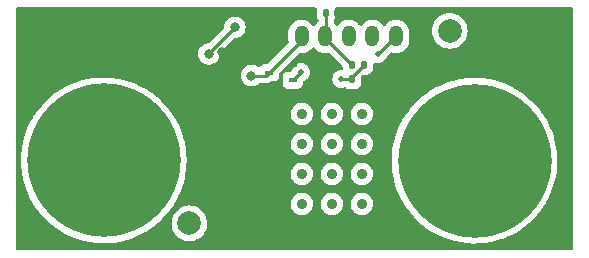
<source format=gbr>
%TF.GenerationSoftware,KiCad,Pcbnew,(6.0.8)*%
%TF.CreationDate,2023-11-18T01:52:54+01:00*%
%TF.ProjectId,BTS50005-1LUA_TestBoard,42545335-3030-4303-952d-314c55415f54,rev?*%
%TF.SameCoordinates,Original*%
%TF.FileFunction,Copper,L2,Bot*%
%TF.FilePolarity,Positive*%
%FSLAX46Y46*%
G04 Gerber Fmt 4.6, Leading zero omitted, Abs format (unit mm)*
G04 Created by KiCad (PCBNEW (6.0.8)) date 2023-11-18 01:52:54*
%MOMM*%
%LPD*%
G01*
G04 APERTURE LIST*
G04 Aperture macros list*
%AMRoundRect*
0 Rectangle with rounded corners*
0 $1 Rounding radius*
0 $2 $3 $4 $5 $6 $7 $8 $9 X,Y pos of 4 corners*
0 Add a 4 corners polygon primitive as box body*
4,1,4,$2,$3,$4,$5,$6,$7,$8,$9,$2,$3,0*
0 Add four circle primitives for the rounded corners*
1,1,$1+$1,$2,$3*
1,1,$1+$1,$4,$5*
1,1,$1+$1,$6,$7*
1,1,$1+$1,$8,$9*
0 Add four rect primitives between the rounded corners*
20,1,$1+$1,$2,$3,$4,$5,0*
20,1,$1+$1,$4,$5,$6,$7,0*
20,1,$1+$1,$6,$7,$8,$9,0*
20,1,$1+$1,$8,$9,$2,$3,0*%
G04 Aperture macros list end*
%TA.AperFunction,SMDPad,CuDef*%
%ADD10RoundRect,0.135000X-0.135000X-0.185000X0.135000X-0.185000X0.135000X0.185000X-0.135000X0.185000X0*%
%TD*%
%TA.AperFunction,SMDPad,CuDef*%
%ADD11RoundRect,0.135000X0.135000X0.185000X-0.135000X0.185000X-0.135000X-0.185000X0.135000X-0.185000X0*%
%TD*%
%TA.AperFunction,SMDPad,CuDef*%
%ADD12RoundRect,0.140000X-0.140000X-0.170000X0.140000X-0.170000X0.140000X0.170000X-0.140000X0.170000X0*%
%TD*%
%TA.AperFunction,ComponentPad*%
%ADD13RoundRect,0.250000X-0.350000X-0.650000X0.350000X-0.650000X0.350000X0.650000X-0.350000X0.650000X0*%
%TD*%
%TA.AperFunction,ComponentPad*%
%ADD14O,1.200000X1.800000*%
%TD*%
%TA.AperFunction,ComponentPad*%
%ADD15C,2.000000*%
%TD*%
%TA.AperFunction,ComponentPad*%
%ADD16C,0.900000*%
%TD*%
%TA.AperFunction,ComponentPad*%
%ADD17C,13.000000*%
%TD*%
%TA.AperFunction,SMDPad,CuDef*%
%ADD18R,0.700000X0.450000*%
%TD*%
%TA.AperFunction,ViaPad*%
%ADD19C,0.500000*%
%TD*%
%TA.AperFunction,ViaPad*%
%ADD20C,0.800000*%
%TD*%
%TA.AperFunction,ViaPad*%
%ADD21C,0.900000*%
%TD*%
%TA.AperFunction,Conductor*%
%ADD22C,0.250000*%
%TD*%
G04 APERTURE END LIST*
D10*
%TO.P,R5,2*%
%TO.N,GND*%
X126544800Y-35814000D03*
%TO.P,R5,1*%
%TO.N,Net-(R4-Pad1)*%
X125524800Y-35814000D03*
%TD*%
D11*
%TO.P,R4,2*%
%TO.N,CONTROLLER_TEMP*%
X125522800Y-34594800D03*
%TO.P,R4,1*%
%TO.N,Net-(R4-Pad1)*%
X126542800Y-34594800D03*
%TD*%
D12*
%TO.P,C4,2*%
%TO.N,GND*%
X124279600Y-30175200D03*
%TO.P,C4,1*%
%TO.N,CONTROLLER_TEMP*%
X123319600Y-30175200D03*
%TD*%
D13*
%TO.P,J1,1,Pin_1*%
%TO.N,GND*%
X119250000Y-32175000D03*
D14*
%TO.P,J1,2,Pin_2*%
%TO.N,CONTROLLER_ADC*%
X121250000Y-32175000D03*
%TO.P,J1,3,Pin_3*%
%TO.N,CONTROLLER_TEMP*%
X123250000Y-32175000D03*
%TO.P,J1,4,Pin_4*%
%TO.N,CONTROLER_DEN*%
X125250000Y-32175000D03*
%TO.P,J1,5,Pin_5*%
%TO.N,CONTROLER_IN*%
X127250000Y-32175000D03*
%TO.P,J1,6,Pin_6*%
%TO.N,CONTOLLER_VDD*%
X129250000Y-32175000D03*
%TD*%
D15*
%TO.P,TP2,1,1*%
%TO.N,OUT*%
X111750000Y-48000000D03*
%TD*%
D16*
%TO.P,H1,1,1*%
%TO.N,+12V*%
X135890000Y-37825000D03*
X131015000Y-42700000D03*
D17*
X135890000Y-42700000D03*
D16*
X139337146Y-46147146D03*
X139337146Y-39252854D03*
X135890000Y-47575000D03*
X132442854Y-46147146D03*
X132442854Y-39252854D03*
X140765000Y-42700000D03*
%TD*%
D15*
%TO.P,TP1,1,1*%
%TO.N,CONTROLER_IN*%
X133800000Y-31700000D03*
%TD*%
D16*
%TO.P,H2,1,1*%
%TO.N,OUT*%
X109375000Y-42670000D03*
D17*
X104500000Y-42670000D03*
D16*
X107947146Y-46117146D03*
X107947146Y-39222854D03*
X101052854Y-39222854D03*
X104500000Y-37795000D03*
X101052854Y-46117146D03*
X104500000Y-47545000D03*
X99625000Y-42670000D03*
%TD*%
D18*
%TO.P,D1,1*%
%TO.N,GND*%
X120500000Y-34600000D03*
%TO.P,D1,2*%
%TO.N,CONTOLLER_VDD*%
X120500000Y-35900000D03*
%TO.P,D1,3*%
%TO.N,CONTROLLER_ADC*%
X118500000Y-35250000D03*
%TD*%
D19*
%TO.N,CONTOLLER_VDD*%
X121208800Y-35204400D03*
X127711200Y-33680400D03*
%TO.N,Net-(R4-Pad1)*%
X124612400Y-35763200D03*
D20*
%TO.N,GND*%
X142200000Y-33200000D03*
X141300000Y-33200000D03*
X114500000Y-33500000D03*
X140400000Y-33200000D03*
X110000000Y-33500000D03*
X115500000Y-37250000D03*
X116000000Y-33500000D03*
X116500000Y-37250000D03*
X117500000Y-37250000D03*
%TO.N,CONTROLLER_ADC*%
X117000000Y-35500000D03*
D21*
%TO.N,+12V*%
X126365000Y-38735000D03*
X126365000Y-43815000D03*
X126365000Y-46355000D03*
X121285000Y-38735000D03*
X123825000Y-43815000D03*
X121285000Y-43815000D03*
X121285000Y-41275000D03*
X123825000Y-46355000D03*
X123825000Y-38735000D03*
X126365000Y-41275000D03*
X123825000Y-41275000D03*
X121285000Y-46355000D03*
D20*
%TO.N,CONTROLER_IN*%
X115600000Y-31400000D03*
X113402299Y-33652299D03*
%TD*%
D22*
%TO.N,Net-(R4-Pad1)*%
X124612400Y-35763200D02*
X125474000Y-35763200D01*
X125474000Y-35763200D02*
X125524800Y-35814000D01*
%TO.N,CONTROLLER_TEMP*%
X123250000Y-32322000D02*
X123250000Y-32175000D01*
X125522800Y-34594800D02*
X123250000Y-32322000D01*
%TO.N,Net-(R4-Pad1)*%
X125524800Y-35612800D02*
X126542800Y-34594800D01*
X125524800Y-35814000D02*
X125524800Y-35612800D01*
%TO.N,CONTROLLER_TEMP*%
X123319600Y-32105400D02*
X123250000Y-32175000D01*
X123319600Y-30022800D02*
X123319600Y-32105400D01*
%TO.N,CONTOLLER_VDD*%
X127744600Y-33680400D02*
X129250000Y-32175000D01*
X127711200Y-33680400D02*
X127744600Y-33680400D01*
X120513200Y-35900000D02*
X121208800Y-35204400D01*
X120500000Y-35900000D02*
X120513200Y-35900000D01*
%TO.N,CONTROLLER_ADC*%
X121250000Y-32500000D02*
X121250000Y-32175000D01*
X117000000Y-35500000D02*
X118250000Y-35500000D01*
X118500000Y-35250000D02*
X121250000Y-32500000D01*
X118250000Y-35500000D02*
X118500000Y-35250000D01*
%TO.N,CONTROLER_IN*%
X115600000Y-31400000D02*
X115574695Y-31400000D01*
X115574695Y-31400000D02*
X113402299Y-33572396D01*
X113402299Y-33572396D02*
X113402299Y-33652299D01*
%TD*%
%TA.AperFunction,Conductor*%
%TO.N,GND*%
G36*
X122487885Y-29738502D02*
G01*
X122534378Y-29792158D01*
X122544482Y-29862432D01*
X122540761Y-29879652D01*
X122533994Y-29902946D01*
X122531100Y-29939716D01*
X122531100Y-30410684D01*
X122533994Y-30447454D01*
X122579706Y-30604797D01*
X122583741Y-30611619D01*
X122583741Y-30611620D01*
X122596851Y-30633787D01*
X122659927Y-30740443D01*
X122663112Y-30745829D01*
X122662244Y-30746343D01*
X122685606Y-30805835D01*
X122686100Y-30816983D01*
X122686100Y-30850822D01*
X122666098Y-30918943D01*
X122633000Y-30953592D01*
X122574107Y-30995368D01*
X122522389Y-31032054D01*
X122376119Y-31184850D01*
X122372868Y-31189885D01*
X122372866Y-31189888D01*
X122355254Y-31217163D01*
X122301499Y-31263540D01*
X122231203Y-31273493D01*
X122166686Y-31243861D01*
X122150317Y-31226647D01*
X122142453Y-31216635D01*
X122056396Y-31107080D01*
X122051865Y-31103148D01*
X122051862Y-31103145D01*
X121901167Y-30972379D01*
X121896637Y-30968448D01*
X121891451Y-30965448D01*
X121891447Y-30965445D01*
X121718742Y-30865533D01*
X121713546Y-30862527D01*
X121513729Y-30793139D01*
X121507794Y-30792278D01*
X121507792Y-30792278D01*
X121310336Y-30763648D01*
X121310333Y-30763648D01*
X121304396Y-30762787D01*
X121093101Y-30772567D01*
X120961923Y-30804181D01*
X120893299Y-30820719D01*
X120893297Y-30820720D01*
X120887466Y-30822125D01*
X120882008Y-30824607D01*
X120882004Y-30824608D01*
X120784867Y-30868774D01*
X120694913Y-30909674D01*
X120522389Y-31032054D01*
X120376119Y-31184850D01*
X120261380Y-31362548D01*
X120182314Y-31558737D01*
X120141772Y-31766337D01*
X120141500Y-31771899D01*
X120141500Y-32527846D01*
X120147733Y-32593175D01*
X120151954Y-32637414D01*
X120138513Y-32707126D01*
X120115619Y-32738476D01*
X118374500Y-34479595D01*
X118312188Y-34513621D01*
X118285405Y-34516500D01*
X118101866Y-34516500D01*
X118039684Y-34523255D01*
X117903295Y-34574385D01*
X117786739Y-34661739D01*
X117748917Y-34712205D01*
X117721979Y-34748148D01*
X117665119Y-34790662D01*
X117594301Y-34795687D01*
X117547092Y-34774518D01*
X117462094Y-34712763D01*
X117462093Y-34712762D01*
X117456752Y-34708882D01*
X117450724Y-34706198D01*
X117450722Y-34706197D01*
X117288319Y-34633891D01*
X117288318Y-34633891D01*
X117282288Y-34631206D01*
X117188887Y-34611353D01*
X117101944Y-34592872D01*
X117101939Y-34592872D01*
X117095487Y-34591500D01*
X116904513Y-34591500D01*
X116898061Y-34592872D01*
X116898056Y-34592872D01*
X116811112Y-34611353D01*
X116717712Y-34631206D01*
X116711682Y-34633891D01*
X116711681Y-34633891D01*
X116549278Y-34706197D01*
X116549276Y-34706198D01*
X116543248Y-34708882D01*
X116537907Y-34712762D01*
X116537906Y-34712763D01*
X116525230Y-34721973D01*
X116388747Y-34821134D01*
X116260960Y-34963056D01*
X116165473Y-35128444D01*
X116106458Y-35310072D01*
X116105768Y-35316633D01*
X116105768Y-35316635D01*
X116094504Y-35423810D01*
X116086496Y-35500000D01*
X116106458Y-35689928D01*
X116165473Y-35871556D01*
X116260960Y-36036944D01*
X116265378Y-36041851D01*
X116265379Y-36041852D01*
X116347452Y-36133003D01*
X116388747Y-36178866D01*
X116543248Y-36291118D01*
X116549276Y-36293802D01*
X116549278Y-36293803D01*
X116705365Y-36363297D01*
X116717712Y-36368794D01*
X116811112Y-36388647D01*
X116898056Y-36407128D01*
X116898061Y-36407128D01*
X116904513Y-36408500D01*
X117095487Y-36408500D01*
X117101939Y-36407128D01*
X117101944Y-36407128D01*
X117188888Y-36388647D01*
X117282288Y-36368794D01*
X117294635Y-36363297D01*
X117450722Y-36293803D01*
X117450724Y-36293802D01*
X117456752Y-36291118D01*
X117494881Y-36263416D01*
X117589671Y-36194546D01*
X117611253Y-36178866D01*
X117615668Y-36173963D01*
X117616589Y-36173134D01*
X119641500Y-36173134D01*
X119648255Y-36235316D01*
X119699385Y-36371705D01*
X119786739Y-36488261D01*
X119903295Y-36575615D01*
X120039684Y-36626745D01*
X120101866Y-36633500D01*
X120898134Y-36633500D01*
X120960316Y-36626745D01*
X121096705Y-36575615D01*
X121213261Y-36488261D01*
X121300615Y-36371705D01*
X121351745Y-36235316D01*
X121358500Y-36173134D01*
X121358500Y-36044882D01*
X121378502Y-35976761D01*
X121432158Y-35930268D01*
X121445561Y-35925050D01*
X121476831Y-35914890D01*
X121517423Y-35901701D01*
X121517426Y-35901700D01*
X121524122Y-35899524D01*
X121670290Y-35812390D01*
X121675384Y-35807539D01*
X121675388Y-35807536D01*
X121757973Y-35728891D01*
X121793521Y-35695039D01*
X121887691Y-35553302D01*
X121948119Y-35394225D01*
X121971801Y-35225713D01*
X121972099Y-35204400D01*
X121953131Y-35035292D01*
X121947940Y-35020384D01*
X121917968Y-34934319D01*
X121897168Y-34874589D01*
X121892114Y-34866500D01*
X121828310Y-34764395D01*
X121806992Y-34730279D01*
X121687086Y-34609532D01*
X121670839Y-34599221D01*
X121631703Y-34574385D01*
X121543408Y-34518351D01*
X121383100Y-34461268D01*
X121214129Y-34441120D01*
X121207126Y-34441856D01*
X121207125Y-34441856D01*
X121051901Y-34458170D01*
X121051897Y-34458171D01*
X121044893Y-34458907D01*
X121038222Y-34461178D01*
X120890473Y-34511475D01*
X120890470Y-34511476D01*
X120883803Y-34513746D01*
X120877805Y-34517436D01*
X120877803Y-34517437D01*
X120744865Y-34599221D01*
X120744863Y-34599223D01*
X120738866Y-34602912D01*
X120707232Y-34633891D01*
X120627261Y-34712205D01*
X120617286Y-34721973D01*
X120613475Y-34727887D01*
X120613473Y-34727889D01*
X120528921Y-34859087D01*
X120525104Y-34865010D01*
X120522694Y-34871632D01*
X120469527Y-35017707D01*
X120466903Y-35024916D01*
X120466843Y-35025393D01*
X120434794Y-35082501D01*
X120387700Y-35129595D01*
X120325388Y-35163621D01*
X120298605Y-35166500D01*
X120101866Y-35166500D01*
X120039684Y-35173255D01*
X119903295Y-35224385D01*
X119786739Y-35311739D01*
X119699385Y-35428295D01*
X119648255Y-35564684D01*
X119641500Y-35626866D01*
X119641500Y-36173134D01*
X117616589Y-36173134D01*
X117620580Y-36169540D01*
X117621705Y-36170789D01*
X117675014Y-36137949D01*
X117708200Y-36133500D01*
X118171233Y-36133500D01*
X118182416Y-36134027D01*
X118189909Y-36135702D01*
X118197835Y-36135453D01*
X118197836Y-36135453D01*
X118257986Y-36133562D01*
X118261945Y-36133500D01*
X118289856Y-36133500D01*
X118293791Y-36133003D01*
X118293856Y-36132995D01*
X118305693Y-36132062D01*
X118337951Y-36131048D01*
X118341970Y-36130922D01*
X118349889Y-36130673D01*
X118369343Y-36125021D01*
X118388700Y-36121013D01*
X118400930Y-36119468D01*
X118400931Y-36119468D01*
X118408797Y-36118474D01*
X118416168Y-36115555D01*
X118416170Y-36115555D01*
X118449912Y-36102196D01*
X118461142Y-36098351D01*
X118495983Y-36088229D01*
X118495984Y-36088229D01*
X118503593Y-36086018D01*
X118510412Y-36081985D01*
X118510417Y-36081983D01*
X118521028Y-36075707D01*
X118538776Y-36067012D01*
X118557617Y-36059552D01*
X118566750Y-36052917D01*
X118593387Y-36033564D01*
X118603307Y-36027048D01*
X118641362Y-36004542D01*
X118642336Y-36006188D01*
X118698871Y-35983993D01*
X118710008Y-35983500D01*
X118898134Y-35983500D01*
X118960316Y-35976745D01*
X119096705Y-35925615D01*
X119213261Y-35838261D01*
X119300615Y-35721705D01*
X119351745Y-35585316D01*
X119358500Y-35523134D01*
X119358500Y-35339594D01*
X119378502Y-35271473D01*
X119395405Y-35250499D01*
X121031364Y-33614540D01*
X121093676Y-33580514D01*
X121138539Y-33578939D01*
X121189663Y-33586352D01*
X121189667Y-33586352D01*
X121195604Y-33587213D01*
X121406899Y-33577433D01*
X121538077Y-33545819D01*
X121606701Y-33529281D01*
X121606703Y-33529280D01*
X121612534Y-33527875D01*
X121617992Y-33525393D01*
X121617996Y-33525392D01*
X121770409Y-33456093D01*
X121805087Y-33440326D01*
X121977611Y-33317946D01*
X122123881Y-33165150D01*
X122127688Y-33159255D01*
X122144746Y-33132837D01*
X122198501Y-33086460D01*
X122268797Y-33076507D01*
X122333314Y-33106139D01*
X122349681Y-33123351D01*
X122443604Y-33242920D01*
X122448135Y-33246852D01*
X122448138Y-33246855D01*
X122534058Y-33321412D01*
X122603363Y-33381552D01*
X122608549Y-33384552D01*
X122608553Y-33384555D01*
X122754408Y-33468934D01*
X122786454Y-33487473D01*
X122986271Y-33556861D01*
X122992206Y-33557722D01*
X122992208Y-33557722D01*
X123189664Y-33586352D01*
X123189667Y-33586352D01*
X123195604Y-33587213D01*
X123406899Y-33577433D01*
X123412727Y-33576028D01*
X123412730Y-33576028D01*
X123501511Y-33554632D01*
X123572422Y-33558117D01*
X123620126Y-33588030D01*
X124707396Y-34675300D01*
X124741422Y-34737612D01*
X124744301Y-34764395D01*
X124744301Y-34844788D01*
X124744494Y-34847244D01*
X124744495Y-34847258D01*
X124745878Y-34864840D01*
X124731279Y-34934319D01*
X124681435Y-34984876D01*
X124620985Y-35000308D01*
X124617729Y-34999920D01*
X124610726Y-35000656D01*
X124610723Y-35000656D01*
X124455501Y-35016970D01*
X124455497Y-35016971D01*
X124448493Y-35017707D01*
X124441822Y-35019978D01*
X124294073Y-35070275D01*
X124294070Y-35070276D01*
X124287403Y-35072546D01*
X124281405Y-35076236D01*
X124281403Y-35076237D01*
X124148465Y-35158021D01*
X124148463Y-35158023D01*
X124142466Y-35161712D01*
X124120782Y-35182947D01*
X124051801Y-35250499D01*
X124020886Y-35280773D01*
X124017075Y-35286687D01*
X124017073Y-35286689D01*
X123997774Y-35316635D01*
X123928704Y-35423810D01*
X123870503Y-35583716D01*
X123849175Y-35752543D01*
X123865781Y-35921899D01*
X123868005Y-35928584D01*
X123868005Y-35928585D01*
X123886150Y-35983131D01*
X123919494Y-36083367D01*
X123923141Y-36089389D01*
X123923142Y-36089391D01*
X123992424Y-36203788D01*
X124007646Y-36228923D01*
X124125855Y-36351332D01*
X124156988Y-36371705D01*
X124203509Y-36402147D01*
X124268246Y-36444510D01*
X124274850Y-36446966D01*
X124274852Y-36446967D01*
X124347994Y-36474168D01*
X124427741Y-36503826D01*
X124596415Y-36526332D01*
X124603426Y-36525694D01*
X124603430Y-36525694D01*
X124758862Y-36511548D01*
X124765883Y-36510909D01*
X124862860Y-36479399D01*
X124933826Y-36477371D01*
X124978748Y-36503165D01*
X124980393Y-36501044D01*
X124986653Y-36505900D01*
X124992259Y-36511506D01*
X124999080Y-36515540D01*
X125015753Y-36525400D01*
X125132204Y-36594269D01*
X125139815Y-36596480D01*
X125139817Y-36596481D01*
X125230550Y-36622841D01*
X125288334Y-36639629D01*
X125294741Y-36640133D01*
X125294745Y-36640134D01*
X125322356Y-36642307D01*
X125322362Y-36642307D01*
X125324811Y-36642500D01*
X125524678Y-36642500D01*
X125724788Y-36642499D01*
X125761266Y-36639629D01*
X125858070Y-36611505D01*
X125909783Y-36596481D01*
X125909785Y-36596480D01*
X125917396Y-36594269D01*
X126033848Y-36525400D01*
X126050520Y-36515540D01*
X126057341Y-36511506D01*
X126172306Y-36396541D01*
X126187904Y-36370166D01*
X126251034Y-36263419D01*
X126251034Y-36263418D01*
X126255069Y-36256596D01*
X126261252Y-36235316D01*
X126291195Y-36132249D01*
X126300429Y-36100466D01*
X126301393Y-36088229D01*
X126303107Y-36066444D01*
X126303107Y-36066438D01*
X126303300Y-36063989D01*
X126303299Y-35782394D01*
X126323301Y-35714275D01*
X126340204Y-35693300D01*
X126573300Y-35460204D01*
X126635612Y-35426178D01*
X126662395Y-35423299D01*
X126742788Y-35423299D01*
X126779266Y-35420429D01*
X126893486Y-35387245D01*
X126927783Y-35377281D01*
X126927785Y-35377280D01*
X126935396Y-35375069D01*
X127042482Y-35311739D01*
X127068520Y-35296340D01*
X127075341Y-35292306D01*
X127190306Y-35177341D01*
X127250099Y-35076237D01*
X127269034Y-35044219D01*
X127269034Y-35044218D01*
X127273069Y-35037396D01*
X127275614Y-35028638D01*
X127316634Y-34887444D01*
X127318429Y-34881266D01*
X127319188Y-34871632D01*
X127321107Y-34847244D01*
X127321107Y-34847238D01*
X127321300Y-34844789D01*
X127321299Y-34525986D01*
X127341301Y-34457867D01*
X127394956Y-34411374D01*
X127465230Y-34401269D01*
X127491212Y-34407887D01*
X127526541Y-34421026D01*
X127695215Y-34443532D01*
X127702226Y-34442894D01*
X127702230Y-34442894D01*
X127857662Y-34428748D01*
X127864683Y-34428109D01*
X127871385Y-34425931D01*
X127871387Y-34425931D01*
X128019823Y-34377701D01*
X128019826Y-34377700D01*
X128026522Y-34375524D01*
X128172690Y-34288390D01*
X128177784Y-34283539D01*
X128177788Y-34283536D01*
X128271651Y-34194151D01*
X128295921Y-34171039D01*
X128390091Y-34029302D01*
X128440829Y-33895734D01*
X128469522Y-33851382D01*
X128765488Y-33555417D01*
X128827800Y-33521392D01*
X128895916Y-33525485D01*
X128980606Y-33554894D01*
X128980608Y-33554894D01*
X128986271Y-33556861D01*
X128992206Y-33557722D01*
X128992208Y-33557722D01*
X129189664Y-33586352D01*
X129189667Y-33586352D01*
X129195604Y-33587213D01*
X129406899Y-33577433D01*
X129538077Y-33545819D01*
X129606701Y-33529281D01*
X129606703Y-33529280D01*
X129612534Y-33527875D01*
X129617992Y-33525393D01*
X129617996Y-33525392D01*
X129770409Y-33456093D01*
X129805087Y-33440326D01*
X129977611Y-33317946D01*
X130123881Y-33165150D01*
X130238620Y-32987452D01*
X130287944Y-32865062D01*
X130315442Y-32796832D01*
X130315443Y-32796829D01*
X130317686Y-32791263D01*
X130358228Y-32583663D01*
X130358500Y-32578101D01*
X130358500Y-31822154D01*
X130346845Y-31700000D01*
X132286835Y-31700000D01*
X132305465Y-31936711D01*
X132360895Y-32167594D01*
X132362788Y-32172165D01*
X132362789Y-32172167D01*
X132419260Y-32308500D01*
X132451760Y-32386963D01*
X132454346Y-32391183D01*
X132573241Y-32585202D01*
X132573245Y-32585208D01*
X132575824Y-32589416D01*
X132730031Y-32769969D01*
X132910584Y-32924176D01*
X132914792Y-32926755D01*
X132914798Y-32926759D01*
X133022060Y-32992489D01*
X133113037Y-33048240D01*
X133117607Y-33050133D01*
X133117611Y-33050135D01*
X133327833Y-33137211D01*
X133332406Y-33139105D01*
X133412609Y-33158360D01*
X133558476Y-33193380D01*
X133558482Y-33193381D01*
X133563289Y-33194535D01*
X133800000Y-33213165D01*
X134036711Y-33194535D01*
X134041518Y-33193381D01*
X134041524Y-33193380D01*
X134187391Y-33158360D01*
X134267594Y-33139105D01*
X134272167Y-33137211D01*
X134482389Y-33050135D01*
X134482393Y-33050133D01*
X134486963Y-33048240D01*
X134577940Y-32992489D01*
X134685202Y-32926759D01*
X134685208Y-32926755D01*
X134689416Y-32924176D01*
X134869969Y-32769969D01*
X135024176Y-32589416D01*
X135026755Y-32585208D01*
X135026759Y-32585202D01*
X135145654Y-32391183D01*
X135148240Y-32386963D01*
X135180741Y-32308500D01*
X135237211Y-32172167D01*
X135237212Y-32172165D01*
X135239105Y-32167594D01*
X135294535Y-31936711D01*
X135313165Y-31700000D01*
X135294535Y-31463289D01*
X135292819Y-31456138D01*
X135248969Y-31273493D01*
X135239105Y-31232406D01*
X135232791Y-31217163D01*
X135150135Y-31017611D01*
X135150133Y-31017607D01*
X135148240Y-31013037D01*
X135120916Y-30968448D01*
X135026759Y-30814798D01*
X135026755Y-30814792D01*
X135024176Y-30810584D01*
X134869969Y-30630031D01*
X134689416Y-30475824D01*
X134685208Y-30473245D01*
X134685202Y-30473241D01*
X134491183Y-30354346D01*
X134486963Y-30351760D01*
X134482393Y-30349867D01*
X134482389Y-30349865D01*
X134272167Y-30262789D01*
X134272165Y-30262788D01*
X134267594Y-30260895D01*
X134187391Y-30241640D01*
X134041524Y-30206620D01*
X134041518Y-30206619D01*
X134036711Y-30205465D01*
X133800000Y-30186835D01*
X133563289Y-30205465D01*
X133558482Y-30206619D01*
X133558476Y-30206620D01*
X133412609Y-30241640D01*
X133332406Y-30260895D01*
X133327835Y-30262788D01*
X133327833Y-30262789D01*
X133117611Y-30349865D01*
X133117607Y-30349867D01*
X133113037Y-30351760D01*
X133108817Y-30354346D01*
X132914798Y-30473241D01*
X132914792Y-30473245D01*
X132910584Y-30475824D01*
X132730031Y-30630031D01*
X132575824Y-30810584D01*
X132573245Y-30814792D01*
X132573241Y-30814798D01*
X132479084Y-30968448D01*
X132451760Y-31013037D01*
X132449867Y-31017607D01*
X132449865Y-31017611D01*
X132367209Y-31217163D01*
X132360895Y-31232406D01*
X132351031Y-31273493D01*
X132307182Y-31456138D01*
X132305465Y-31463289D01*
X132286835Y-31700000D01*
X130346845Y-31700000D01*
X130343452Y-31664434D01*
X130283908Y-31461466D01*
X130230368Y-31357511D01*
X130189804Y-31278751D01*
X130189802Y-31278748D01*
X130187058Y-31273420D01*
X130056396Y-31107080D01*
X130051865Y-31103148D01*
X130051862Y-31103145D01*
X129901167Y-30972379D01*
X129896637Y-30968448D01*
X129891451Y-30965448D01*
X129891447Y-30965445D01*
X129718742Y-30865533D01*
X129713546Y-30862527D01*
X129513729Y-30793139D01*
X129507794Y-30792278D01*
X129507792Y-30792278D01*
X129310336Y-30763648D01*
X129310333Y-30763648D01*
X129304396Y-30762787D01*
X129093101Y-30772567D01*
X128961923Y-30804181D01*
X128893299Y-30820719D01*
X128893297Y-30820720D01*
X128887466Y-30822125D01*
X128882008Y-30824607D01*
X128882004Y-30824608D01*
X128784867Y-30868774D01*
X128694913Y-30909674D01*
X128522389Y-31032054D01*
X128376119Y-31184850D01*
X128372868Y-31189885D01*
X128372866Y-31189888D01*
X128355254Y-31217163D01*
X128301499Y-31263540D01*
X128231203Y-31273493D01*
X128166686Y-31243861D01*
X128150317Y-31226647D01*
X128142453Y-31216635D01*
X128056396Y-31107080D01*
X128051865Y-31103148D01*
X128051862Y-31103145D01*
X127901167Y-30972379D01*
X127896637Y-30968448D01*
X127891451Y-30965448D01*
X127891447Y-30965445D01*
X127718742Y-30865533D01*
X127713546Y-30862527D01*
X127513729Y-30793139D01*
X127507794Y-30792278D01*
X127507792Y-30792278D01*
X127310336Y-30763648D01*
X127310333Y-30763648D01*
X127304396Y-30762787D01*
X127093101Y-30772567D01*
X126961923Y-30804181D01*
X126893299Y-30820719D01*
X126893297Y-30820720D01*
X126887466Y-30822125D01*
X126882008Y-30824607D01*
X126882004Y-30824608D01*
X126784867Y-30868774D01*
X126694913Y-30909674D01*
X126522389Y-31032054D01*
X126376119Y-31184850D01*
X126372868Y-31189885D01*
X126372866Y-31189888D01*
X126355254Y-31217163D01*
X126301499Y-31263540D01*
X126231203Y-31273493D01*
X126166686Y-31243861D01*
X126150317Y-31226647D01*
X126142453Y-31216635D01*
X126056396Y-31107080D01*
X126051865Y-31103148D01*
X126051862Y-31103145D01*
X125901167Y-30972379D01*
X125896637Y-30968448D01*
X125891451Y-30965448D01*
X125891447Y-30965445D01*
X125718742Y-30865533D01*
X125713546Y-30862527D01*
X125513729Y-30793139D01*
X125507794Y-30792278D01*
X125507792Y-30792278D01*
X125310336Y-30763648D01*
X125310333Y-30763648D01*
X125304396Y-30762787D01*
X125093101Y-30772567D01*
X124961923Y-30804181D01*
X124893299Y-30820719D01*
X124893297Y-30820720D01*
X124887466Y-30822125D01*
X124882008Y-30824607D01*
X124882004Y-30824608D01*
X124784867Y-30868774D01*
X124694913Y-30909674D01*
X124522389Y-31032054D01*
X124376119Y-31184850D01*
X124372868Y-31189885D01*
X124372866Y-31189888D01*
X124355254Y-31217163D01*
X124301499Y-31263540D01*
X124231203Y-31273493D01*
X124166686Y-31243861D01*
X124150317Y-31226647D01*
X124060102Y-31111797D01*
X124060098Y-31111793D01*
X124056396Y-31107080D01*
X124051865Y-31103148D01*
X123996519Y-31055121D01*
X123958178Y-30995368D01*
X123953100Y-30959956D01*
X123953100Y-30816983D01*
X123973102Y-30748862D01*
X123973216Y-30748701D01*
X123976088Y-30745829D01*
X124042350Y-30633787D01*
X124055459Y-30611620D01*
X124055459Y-30611619D01*
X124059494Y-30604797D01*
X124105206Y-30447454D01*
X124108100Y-30410684D01*
X124108100Y-29939716D01*
X124105206Y-29902946D01*
X124098439Y-29879652D01*
X124098642Y-29808655D01*
X124137197Y-29749039D01*
X124201862Y-29719732D01*
X124219436Y-29718500D01*
X144145500Y-29718500D01*
X144213621Y-29738502D01*
X144260114Y-29792158D01*
X144271500Y-29844500D01*
X144271500Y-50165500D01*
X144251498Y-50233621D01*
X144197842Y-50280114D01*
X144145500Y-50291500D01*
X97154500Y-50291500D01*
X97086379Y-50271498D01*
X97039886Y-50217842D01*
X97028500Y-50165500D01*
X97028500Y-42743443D01*
X97486981Y-42743443D01*
X97511193Y-43256867D01*
X97511471Y-43259167D01*
X97511472Y-43259175D01*
X97550177Y-43579013D01*
X97572943Y-43767138D01*
X97671898Y-44271517D01*
X97672509Y-44273750D01*
X97672511Y-44273759D01*
X97806620Y-44763979D01*
X97807527Y-44767294D01*
X97979102Y-45251806D01*
X98185701Y-45722452D01*
X98186789Y-45724508D01*
X98186792Y-45724513D01*
X98201585Y-45752452D01*
X98426214Y-46176702D01*
X98427445Y-46178665D01*
X98427450Y-46178673D01*
X98445033Y-46206702D01*
X98699350Y-46612118D01*
X99003641Y-47026360D01*
X99337454Y-47417205D01*
X99698995Y-47782551D01*
X99700726Y-47784061D01*
X99700727Y-47784062D01*
X100084589Y-48118928D01*
X100084602Y-48118938D01*
X100086322Y-48120439D01*
X100088157Y-48121817D01*
X100088161Y-48121820D01*
X100495499Y-48427658D01*
X100495508Y-48427664D01*
X100497355Y-48429051D01*
X100748534Y-48590305D01*
X100899094Y-48686963D01*
X100929887Y-48706732D01*
X100987170Y-48737834D01*
X101379571Y-48950890D01*
X101379579Y-48950894D01*
X101381594Y-48951988D01*
X101383687Y-48952933D01*
X101383689Y-48952934D01*
X101847938Y-49162551D01*
X101847952Y-49162557D01*
X101850050Y-49163504D01*
X102332739Y-49340144D01*
X102334966Y-49340778D01*
X102334971Y-49340780D01*
X102824845Y-49480324D01*
X102824851Y-49480325D01*
X102827068Y-49480957D01*
X102829329Y-49481425D01*
X102829328Y-49481425D01*
X103328131Y-49584723D01*
X103328141Y-49584725D01*
X103330383Y-49585189D01*
X103839980Y-49652278D01*
X104090796Y-49666740D01*
X104350825Y-49681734D01*
X104350837Y-49681734D01*
X104353122Y-49681866D01*
X104355422Y-49681830D01*
X104355428Y-49681830D01*
X104864721Y-49673829D01*
X104864731Y-49673828D01*
X104867053Y-49673792D01*
X104905667Y-49670346D01*
X105376710Y-49628307D01*
X105376722Y-49628305D01*
X105379013Y-49628101D01*
X105886251Y-49545038D01*
X106386043Y-49425048D01*
X106388241Y-49424346D01*
X106388250Y-49424344D01*
X106784407Y-49297914D01*
X106875706Y-49268777D01*
X106994642Y-49220965D01*
X107350469Y-49077923D01*
X107350472Y-49077922D01*
X107352608Y-49077063D01*
X107814189Y-48850937D01*
X108206631Y-48621613D01*
X108255975Y-48592779D01*
X108255979Y-48592776D01*
X108257970Y-48591613D01*
X108637916Y-48330483D01*
X108679663Y-48301791D01*
X108679665Y-48301790D01*
X108681566Y-48300483D01*
X109056630Y-48000000D01*
X110236835Y-48000000D01*
X110255465Y-48236711D01*
X110256619Y-48241518D01*
X110256620Y-48241524D01*
X110291640Y-48387391D01*
X110310895Y-48467594D01*
X110312788Y-48472165D01*
X110312789Y-48472167D01*
X110374150Y-48620305D01*
X110401760Y-48686963D01*
X110404346Y-48691183D01*
X110523241Y-48885202D01*
X110523245Y-48885208D01*
X110525824Y-48889416D01*
X110680031Y-49069969D01*
X110860584Y-49224176D01*
X110864792Y-49226755D01*
X110864798Y-49226759D01*
X111050863Y-49340780D01*
X111063037Y-49348240D01*
X111067607Y-49350133D01*
X111067611Y-49350135D01*
X111248469Y-49425048D01*
X111282406Y-49439105D01*
X111362609Y-49458360D01*
X111508476Y-49493380D01*
X111508482Y-49493381D01*
X111513289Y-49494535D01*
X111750000Y-49513165D01*
X111986711Y-49494535D01*
X111991518Y-49493381D01*
X111991524Y-49493380D01*
X112137391Y-49458360D01*
X112217594Y-49439105D01*
X112251531Y-49425048D01*
X112432389Y-49350135D01*
X112432393Y-49350133D01*
X112436963Y-49348240D01*
X112449137Y-49340780D01*
X112635202Y-49226759D01*
X112635208Y-49226755D01*
X112639416Y-49224176D01*
X112819969Y-49069969D01*
X112974176Y-48889416D01*
X112976755Y-48885208D01*
X112976759Y-48885202D01*
X113095654Y-48691183D01*
X113098240Y-48686963D01*
X113125851Y-48620305D01*
X113187211Y-48472167D01*
X113187212Y-48472165D01*
X113189105Y-48467594D01*
X113208360Y-48387391D01*
X113243380Y-48241524D01*
X113243381Y-48241518D01*
X113244535Y-48236711D01*
X113263165Y-48000000D01*
X113244535Y-47763289D01*
X113189105Y-47532406D01*
X113153084Y-47445443D01*
X113100135Y-47317611D01*
X113100133Y-47317607D01*
X113098240Y-47313037D01*
X113088044Y-47296399D01*
X112976759Y-47114798D01*
X112976755Y-47114792D01*
X112974176Y-47110584D01*
X112819969Y-46930031D01*
X112639416Y-46775824D01*
X112635208Y-46773245D01*
X112635202Y-46773241D01*
X112441183Y-46654346D01*
X112436963Y-46651760D01*
X112432393Y-46649867D01*
X112432389Y-46649865D01*
X112222167Y-46562789D01*
X112222165Y-46562788D01*
X112217594Y-46560895D01*
X112137391Y-46541640D01*
X111991524Y-46506620D01*
X111991518Y-46506619D01*
X111986711Y-46505465D01*
X111750000Y-46486835D01*
X111513289Y-46505465D01*
X111508482Y-46506619D01*
X111508476Y-46506620D01*
X111362609Y-46541640D01*
X111282406Y-46560895D01*
X111277835Y-46562788D01*
X111277833Y-46562789D01*
X111067611Y-46649865D01*
X111067607Y-46649867D01*
X111063037Y-46651760D01*
X111058817Y-46654346D01*
X110864798Y-46773241D01*
X110864792Y-46773245D01*
X110860584Y-46775824D01*
X110680031Y-46930031D01*
X110525824Y-47110584D01*
X110523245Y-47114792D01*
X110523241Y-47114798D01*
X110411956Y-47296399D01*
X110401760Y-47313037D01*
X110399867Y-47317607D01*
X110399865Y-47317611D01*
X110346916Y-47445443D01*
X110310895Y-47532406D01*
X110255465Y-47763289D01*
X110236835Y-48000000D01*
X109056630Y-48000000D01*
X109082703Y-47979112D01*
X109459226Y-47629226D01*
X109809112Y-47252703D01*
X110130483Y-46851566D01*
X110421613Y-46427970D01*
X110472112Y-46341552D01*
X120321956Y-46341552D01*
X120322472Y-46347696D01*
X120334156Y-46486835D01*
X120337685Y-46528865D01*
X120360996Y-46610160D01*
X120372925Y-46651760D01*
X120389497Y-46709555D01*
X120392312Y-46715032D01*
X120392313Y-46715035D01*
X120461502Y-46849663D01*
X120475418Y-46876740D01*
X120479243Y-46881566D01*
X120497677Y-46904824D01*
X120592177Y-47024052D01*
X120596871Y-47028047D01*
X120689435Y-47106825D01*
X120735324Y-47145880D01*
X120740702Y-47148886D01*
X120740704Y-47148887D01*
X120817367Y-47191732D01*
X120899409Y-47237584D01*
X121078180Y-47295670D01*
X121264830Y-47317927D01*
X121270965Y-47317455D01*
X121270967Y-47317455D01*
X121446105Y-47303979D01*
X121446109Y-47303978D01*
X121452247Y-47303506D01*
X121537378Y-47279737D01*
X121627350Y-47254616D01*
X121627353Y-47254615D01*
X121633294Y-47252956D01*
X121638798Y-47250176D01*
X121638800Y-47250175D01*
X121795574Y-47170983D01*
X121795576Y-47170982D01*
X121801075Y-47168204D01*
X121949199Y-47052477D01*
X121970227Y-47028116D01*
X122067994Y-46914852D01*
X122067995Y-46914850D01*
X122072023Y-46910184D01*
X122164870Y-46746744D01*
X122224203Y-46568382D01*
X122247762Y-46381892D01*
X122248138Y-46355000D01*
X122246819Y-46341552D01*
X122861956Y-46341552D01*
X122862472Y-46347696D01*
X122874156Y-46486835D01*
X122877685Y-46528865D01*
X122900996Y-46610160D01*
X122912925Y-46651760D01*
X122929497Y-46709555D01*
X122932312Y-46715032D01*
X122932313Y-46715035D01*
X123001502Y-46849663D01*
X123015418Y-46876740D01*
X123019243Y-46881566D01*
X123037677Y-46904824D01*
X123132177Y-47024052D01*
X123136871Y-47028047D01*
X123229435Y-47106825D01*
X123275324Y-47145880D01*
X123280702Y-47148886D01*
X123280704Y-47148887D01*
X123357367Y-47191732D01*
X123439409Y-47237584D01*
X123618180Y-47295670D01*
X123804830Y-47317927D01*
X123810965Y-47317455D01*
X123810967Y-47317455D01*
X123986105Y-47303979D01*
X123986109Y-47303978D01*
X123992247Y-47303506D01*
X124077378Y-47279737D01*
X124167350Y-47254616D01*
X124167353Y-47254615D01*
X124173294Y-47252956D01*
X124178798Y-47250176D01*
X124178800Y-47250175D01*
X124335574Y-47170983D01*
X124335576Y-47170982D01*
X124341075Y-47168204D01*
X124489199Y-47052477D01*
X124510227Y-47028116D01*
X124607994Y-46914852D01*
X124607995Y-46914850D01*
X124612023Y-46910184D01*
X124704870Y-46746744D01*
X124764203Y-46568382D01*
X124787762Y-46381892D01*
X124788138Y-46355000D01*
X124786819Y-46341552D01*
X125401956Y-46341552D01*
X125402472Y-46347696D01*
X125414156Y-46486835D01*
X125417685Y-46528865D01*
X125440996Y-46610160D01*
X125452925Y-46651760D01*
X125469497Y-46709555D01*
X125472312Y-46715032D01*
X125472313Y-46715035D01*
X125541502Y-46849663D01*
X125555418Y-46876740D01*
X125559243Y-46881566D01*
X125577677Y-46904824D01*
X125672177Y-47024052D01*
X125676871Y-47028047D01*
X125769435Y-47106825D01*
X125815324Y-47145880D01*
X125820702Y-47148886D01*
X125820704Y-47148887D01*
X125897367Y-47191732D01*
X125979409Y-47237584D01*
X126158180Y-47295670D01*
X126344830Y-47317927D01*
X126350965Y-47317455D01*
X126350967Y-47317455D01*
X126526105Y-47303979D01*
X126526109Y-47303978D01*
X126532247Y-47303506D01*
X126617378Y-47279737D01*
X126707350Y-47254616D01*
X126707353Y-47254615D01*
X126713294Y-47252956D01*
X126718798Y-47250176D01*
X126718800Y-47250175D01*
X126875574Y-47170983D01*
X126875576Y-47170982D01*
X126881075Y-47168204D01*
X127029199Y-47052477D01*
X127050227Y-47028116D01*
X127147994Y-46914852D01*
X127147995Y-46914850D01*
X127152023Y-46910184D01*
X127244870Y-46746744D01*
X127304203Y-46568382D01*
X127327762Y-46381892D01*
X127328138Y-46355000D01*
X127309795Y-46167926D01*
X127255465Y-45987977D01*
X127167218Y-45822008D01*
X127048415Y-45676340D01*
X126994603Y-45631823D01*
X126908329Y-45560450D01*
X126908324Y-45560447D01*
X126903580Y-45556522D01*
X126898161Y-45553592D01*
X126898158Y-45553590D01*
X126828671Y-45516019D01*
X126738231Y-45467119D01*
X126558666Y-45411534D01*
X126552541Y-45410890D01*
X126552540Y-45410890D01*
X126377852Y-45392529D01*
X126377851Y-45392529D01*
X126371724Y-45391885D01*
X126294673Y-45398897D01*
X126190665Y-45408363D01*
X126190662Y-45408364D01*
X126184526Y-45408922D01*
X126178620Y-45410660D01*
X126178616Y-45410661D01*
X126045278Y-45449905D01*
X126004202Y-45461994D01*
X125998742Y-45464848D01*
X125998743Y-45464848D01*
X125888258Y-45522608D01*
X125837621Y-45549080D01*
X125691128Y-45666864D01*
X125687170Y-45671582D01*
X125687167Y-45671584D01*
X125646268Y-45720326D01*
X125570302Y-45810859D01*
X125567338Y-45816251D01*
X125567335Y-45816255D01*
X125561176Y-45827459D01*
X125479746Y-45975580D01*
X125422909Y-46154752D01*
X125401956Y-46341552D01*
X124786819Y-46341552D01*
X124769795Y-46167926D01*
X124715465Y-45987977D01*
X124627218Y-45822008D01*
X124508415Y-45676340D01*
X124454603Y-45631823D01*
X124368329Y-45560450D01*
X124368324Y-45560447D01*
X124363580Y-45556522D01*
X124358161Y-45553592D01*
X124358158Y-45553590D01*
X124288671Y-45516019D01*
X124198231Y-45467119D01*
X124018666Y-45411534D01*
X124012541Y-45410890D01*
X124012540Y-45410890D01*
X123837852Y-45392529D01*
X123837851Y-45392529D01*
X123831724Y-45391885D01*
X123754673Y-45398897D01*
X123650665Y-45408363D01*
X123650662Y-45408364D01*
X123644526Y-45408922D01*
X123638620Y-45410660D01*
X123638616Y-45410661D01*
X123505278Y-45449905D01*
X123464202Y-45461994D01*
X123458742Y-45464848D01*
X123458743Y-45464848D01*
X123348258Y-45522608D01*
X123297621Y-45549080D01*
X123151128Y-45666864D01*
X123147170Y-45671582D01*
X123147167Y-45671584D01*
X123106268Y-45720326D01*
X123030302Y-45810859D01*
X123027338Y-45816251D01*
X123027335Y-45816255D01*
X123021176Y-45827459D01*
X122939746Y-45975580D01*
X122882909Y-46154752D01*
X122861956Y-46341552D01*
X122246819Y-46341552D01*
X122229795Y-46167926D01*
X122175465Y-45987977D01*
X122087218Y-45822008D01*
X121968415Y-45676340D01*
X121914603Y-45631823D01*
X121828329Y-45560450D01*
X121828324Y-45560447D01*
X121823580Y-45556522D01*
X121818161Y-45553592D01*
X121818158Y-45553590D01*
X121748671Y-45516019D01*
X121658231Y-45467119D01*
X121478666Y-45411534D01*
X121472541Y-45410890D01*
X121472540Y-45410890D01*
X121297852Y-45392529D01*
X121297851Y-45392529D01*
X121291724Y-45391885D01*
X121214673Y-45398897D01*
X121110665Y-45408363D01*
X121110662Y-45408364D01*
X121104526Y-45408922D01*
X121098620Y-45410660D01*
X121098616Y-45410661D01*
X120965278Y-45449905D01*
X120924202Y-45461994D01*
X120918742Y-45464848D01*
X120918743Y-45464848D01*
X120808258Y-45522608D01*
X120757621Y-45549080D01*
X120611128Y-45666864D01*
X120607170Y-45671582D01*
X120607167Y-45671584D01*
X120566268Y-45720326D01*
X120490302Y-45810859D01*
X120487338Y-45816251D01*
X120487335Y-45816255D01*
X120481176Y-45827459D01*
X120399746Y-45975580D01*
X120342909Y-46154752D01*
X120321956Y-46341552D01*
X110472112Y-46341552D01*
X110622619Y-46083989D01*
X110680937Y-45984189D01*
X110907063Y-45522608D01*
X110930283Y-45464848D01*
X111097914Y-45047853D01*
X111097915Y-45047851D01*
X111098777Y-45045706D01*
X111184469Y-44777198D01*
X111254344Y-44558250D01*
X111254346Y-44558241D01*
X111255048Y-44556043D01*
X111375038Y-44056251D01*
X111416746Y-43801552D01*
X120321956Y-43801552D01*
X120337685Y-43988865D01*
X120389497Y-44169555D01*
X120392312Y-44175032D01*
X120392313Y-44175035D01*
X120457316Y-44301517D01*
X120475418Y-44336740D01*
X120479241Y-44341564D01*
X120479244Y-44341568D01*
X120505625Y-44374852D01*
X120592177Y-44484052D01*
X120596871Y-44488047D01*
X120712016Y-44586043D01*
X120735324Y-44605880D01*
X120740702Y-44608886D01*
X120740704Y-44608887D01*
X120817367Y-44651732D01*
X120899409Y-44697584D01*
X121078180Y-44755670D01*
X121264830Y-44777927D01*
X121270965Y-44777455D01*
X121270967Y-44777455D01*
X121446105Y-44763979D01*
X121446109Y-44763978D01*
X121452247Y-44763506D01*
X121537378Y-44739737D01*
X121627350Y-44714616D01*
X121627353Y-44714615D01*
X121633294Y-44712956D01*
X121638798Y-44710176D01*
X121638800Y-44710175D01*
X121795574Y-44630983D01*
X121795576Y-44630982D01*
X121801075Y-44628204D01*
X121949199Y-44512477D01*
X121953225Y-44507813D01*
X122067994Y-44374852D01*
X122067995Y-44374850D01*
X122072023Y-44370184D01*
X122164870Y-44206744D01*
X122224203Y-44028382D01*
X122247762Y-43841892D01*
X122248138Y-43815000D01*
X122246819Y-43801552D01*
X122861956Y-43801552D01*
X122877685Y-43988865D01*
X122929497Y-44169555D01*
X122932312Y-44175032D01*
X122932313Y-44175035D01*
X122997316Y-44301517D01*
X123015418Y-44336740D01*
X123019241Y-44341564D01*
X123019244Y-44341568D01*
X123045625Y-44374852D01*
X123132177Y-44484052D01*
X123136871Y-44488047D01*
X123252016Y-44586043D01*
X123275324Y-44605880D01*
X123280702Y-44608886D01*
X123280704Y-44608887D01*
X123357367Y-44651732D01*
X123439409Y-44697584D01*
X123618180Y-44755670D01*
X123804830Y-44777927D01*
X123810965Y-44777455D01*
X123810967Y-44777455D01*
X123986105Y-44763979D01*
X123986109Y-44763978D01*
X123992247Y-44763506D01*
X124077378Y-44739737D01*
X124167350Y-44714616D01*
X124167353Y-44714615D01*
X124173294Y-44712956D01*
X124178798Y-44710176D01*
X124178800Y-44710175D01*
X124335574Y-44630983D01*
X124335576Y-44630982D01*
X124341075Y-44628204D01*
X124489199Y-44512477D01*
X124493225Y-44507813D01*
X124607994Y-44374852D01*
X124607995Y-44374850D01*
X124612023Y-44370184D01*
X124704870Y-44206744D01*
X124764203Y-44028382D01*
X124787762Y-43841892D01*
X124788138Y-43815000D01*
X124786819Y-43801552D01*
X125401956Y-43801552D01*
X125417685Y-43988865D01*
X125469497Y-44169555D01*
X125472312Y-44175032D01*
X125472313Y-44175035D01*
X125537316Y-44301517D01*
X125555418Y-44336740D01*
X125559241Y-44341564D01*
X125559244Y-44341568D01*
X125585625Y-44374852D01*
X125672177Y-44484052D01*
X125676871Y-44488047D01*
X125792016Y-44586043D01*
X125815324Y-44605880D01*
X125820702Y-44608886D01*
X125820704Y-44608887D01*
X125897367Y-44651732D01*
X125979409Y-44697584D01*
X126158180Y-44755670D01*
X126344830Y-44777927D01*
X126350965Y-44777455D01*
X126350967Y-44777455D01*
X126526105Y-44763979D01*
X126526109Y-44763978D01*
X126532247Y-44763506D01*
X126617378Y-44739737D01*
X126707350Y-44714616D01*
X126707353Y-44714615D01*
X126713294Y-44712956D01*
X126718798Y-44710176D01*
X126718800Y-44710175D01*
X126875574Y-44630983D01*
X126875576Y-44630982D01*
X126881075Y-44628204D01*
X127029199Y-44512477D01*
X127033225Y-44507813D01*
X127147994Y-44374852D01*
X127147995Y-44374850D01*
X127152023Y-44370184D01*
X127244870Y-44206744D01*
X127304203Y-44028382D01*
X127327762Y-43841892D01*
X127328138Y-43815000D01*
X127309795Y-43627926D01*
X127255465Y-43447977D01*
X127167218Y-43282008D01*
X127048415Y-43136340D01*
X126967056Y-43069034D01*
X126908329Y-43020450D01*
X126908324Y-43020447D01*
X126903580Y-43016522D01*
X126898161Y-43013592D01*
X126898158Y-43013590D01*
X126828671Y-42976019D01*
X126738231Y-42927119D01*
X126558666Y-42871534D01*
X126552541Y-42870890D01*
X126552540Y-42870890D01*
X126377852Y-42852529D01*
X126377851Y-42852529D01*
X126371724Y-42851885D01*
X126294673Y-42858897D01*
X126190665Y-42868363D01*
X126190662Y-42868364D01*
X126184526Y-42868922D01*
X126178620Y-42870660D01*
X126178616Y-42870661D01*
X126045278Y-42909905D01*
X126004202Y-42921994D01*
X125837621Y-43009080D01*
X125691128Y-43126864D01*
X125687170Y-43131582D01*
X125687167Y-43131584D01*
X125599797Y-43235708D01*
X125570302Y-43270859D01*
X125567338Y-43276251D01*
X125567335Y-43276255D01*
X125493611Y-43410360D01*
X125479746Y-43435580D01*
X125422909Y-43614752D01*
X125401956Y-43801552D01*
X124786819Y-43801552D01*
X124769795Y-43627926D01*
X124715465Y-43447977D01*
X124627218Y-43282008D01*
X124508415Y-43136340D01*
X124427056Y-43069034D01*
X124368329Y-43020450D01*
X124368324Y-43020447D01*
X124363580Y-43016522D01*
X124358161Y-43013592D01*
X124358158Y-43013590D01*
X124288671Y-42976019D01*
X124198231Y-42927119D01*
X124018666Y-42871534D01*
X124012541Y-42870890D01*
X124012540Y-42870890D01*
X123837852Y-42852529D01*
X123837851Y-42852529D01*
X123831724Y-42851885D01*
X123754673Y-42858897D01*
X123650665Y-42868363D01*
X123650662Y-42868364D01*
X123644526Y-42868922D01*
X123638620Y-42870660D01*
X123638616Y-42870661D01*
X123505278Y-42909905D01*
X123464202Y-42921994D01*
X123297621Y-43009080D01*
X123151128Y-43126864D01*
X123147170Y-43131582D01*
X123147167Y-43131584D01*
X123059797Y-43235708D01*
X123030302Y-43270859D01*
X123027338Y-43276251D01*
X123027335Y-43276255D01*
X122953611Y-43410360D01*
X122939746Y-43435580D01*
X122882909Y-43614752D01*
X122861956Y-43801552D01*
X122246819Y-43801552D01*
X122229795Y-43627926D01*
X122175465Y-43447977D01*
X122087218Y-43282008D01*
X121968415Y-43136340D01*
X121887056Y-43069034D01*
X121828329Y-43020450D01*
X121828324Y-43020447D01*
X121823580Y-43016522D01*
X121818161Y-43013592D01*
X121818158Y-43013590D01*
X121748671Y-42976019D01*
X121658231Y-42927119D01*
X121478666Y-42871534D01*
X121472541Y-42870890D01*
X121472540Y-42870890D01*
X121297852Y-42852529D01*
X121297851Y-42852529D01*
X121291724Y-42851885D01*
X121214673Y-42858897D01*
X121110665Y-42868363D01*
X121110662Y-42868364D01*
X121104526Y-42868922D01*
X121098620Y-42870660D01*
X121098616Y-42870661D01*
X120965278Y-42909905D01*
X120924202Y-42921994D01*
X120757621Y-43009080D01*
X120611128Y-43126864D01*
X120607170Y-43131582D01*
X120607167Y-43131584D01*
X120519797Y-43235708D01*
X120490302Y-43270859D01*
X120487338Y-43276251D01*
X120487335Y-43276255D01*
X120413611Y-43410360D01*
X120399746Y-43435580D01*
X120342909Y-43614752D01*
X120321956Y-43801552D01*
X111416746Y-43801552D01*
X111458101Y-43549013D01*
X111467119Y-43447977D01*
X111500938Y-43069034D01*
X111503792Y-43037053D01*
X111510695Y-42773443D01*
X128876981Y-42773443D01*
X128901193Y-43286867D01*
X128901471Y-43289167D01*
X128901472Y-43289175D01*
X128932638Y-43546710D01*
X128962943Y-43797138D01*
X129061898Y-44301517D01*
X129062509Y-44303750D01*
X129062511Y-44303759D01*
X129196918Y-44795069D01*
X129197527Y-44797294D01*
X129369102Y-45281806D01*
X129575701Y-45752452D01*
X129816214Y-46206702D01*
X129817445Y-46208665D01*
X129817450Y-46208673D01*
X129928298Y-46385379D01*
X130089350Y-46642118D01*
X130393641Y-47056360D01*
X130727454Y-47447205D01*
X131088995Y-47812551D01*
X131090726Y-47814061D01*
X131090727Y-47814062D01*
X131474589Y-48148928D01*
X131474602Y-48148938D01*
X131476322Y-48150439D01*
X131478157Y-48151817D01*
X131478161Y-48151820D01*
X131885499Y-48457658D01*
X131885508Y-48457664D01*
X131887355Y-48459051D01*
X132138534Y-48620305D01*
X132271209Y-48705481D01*
X132319887Y-48736732D01*
X132321917Y-48737834D01*
X132769571Y-48980890D01*
X132769579Y-48980894D01*
X132771594Y-48981988D01*
X132773687Y-48982933D01*
X132773689Y-48982934D01*
X133237938Y-49192551D01*
X133237952Y-49192557D01*
X133240050Y-49193504D01*
X133722739Y-49370144D01*
X133724966Y-49370778D01*
X133724971Y-49370780D01*
X134214845Y-49510324D01*
X134214851Y-49510325D01*
X134217068Y-49510957D01*
X134227730Y-49513165D01*
X134718131Y-49614723D01*
X134718141Y-49614725D01*
X134720383Y-49615189D01*
X135229980Y-49682278D01*
X135480796Y-49696740D01*
X135740825Y-49711734D01*
X135740837Y-49711734D01*
X135743122Y-49711866D01*
X135745422Y-49711830D01*
X135745428Y-49711830D01*
X136254721Y-49703829D01*
X136254731Y-49703828D01*
X136257053Y-49703792D01*
X136295667Y-49700346D01*
X136766710Y-49658307D01*
X136766722Y-49658305D01*
X136769013Y-49658101D01*
X137276251Y-49575038D01*
X137776043Y-49455048D01*
X137778241Y-49454346D01*
X137778250Y-49454344D01*
X138044577Y-49369348D01*
X138265706Y-49298777D01*
X138459269Y-49220965D01*
X138740469Y-49107923D01*
X138740472Y-49107922D01*
X138742608Y-49107063D01*
X139204189Y-48880937D01*
X139647970Y-48621613D01*
X140071566Y-48330483D01*
X140472703Y-48009112D01*
X140849226Y-47659226D01*
X141199112Y-47282703D01*
X141520483Y-46881566D01*
X141541102Y-46851566D01*
X141705670Y-46612118D01*
X141811613Y-46457970D01*
X141830310Y-46425975D01*
X142069777Y-46016174D01*
X142070937Y-46014189D01*
X142297063Y-45552608D01*
X142308289Y-45524684D01*
X142487914Y-45077853D01*
X142487915Y-45077851D01*
X142488777Y-45075706D01*
X142566913Y-44830874D01*
X142644344Y-44588250D01*
X142644346Y-44588241D01*
X142645048Y-44586043D01*
X142765038Y-44086251D01*
X142848101Y-43579013D01*
X142850576Y-43551291D01*
X142893615Y-43069034D01*
X142893792Y-43067053D01*
X142903404Y-42700000D01*
X142884569Y-42186351D01*
X142883274Y-42174616D01*
X142845248Y-41830184D01*
X142828167Y-41675461D01*
X142734499Y-41170073D01*
X142623127Y-40745550D01*
X142604652Y-40675127D01*
X142604648Y-40675113D01*
X142604068Y-40672903D01*
X142594559Y-40645127D01*
X142438321Y-40188793D01*
X142438318Y-40188784D01*
X142437577Y-40186621D01*
X142436683Y-40184525D01*
X142436678Y-40184512D01*
X142321799Y-39915184D01*
X142235918Y-39713838D01*
X142227330Y-39697198D01*
X142001236Y-39259151D01*
X142001232Y-39259145D01*
X142000174Y-39257094D01*
X141786780Y-38908865D01*
X141732818Y-38820807D01*
X141732815Y-38820802D01*
X141731613Y-38818841D01*
X141431676Y-38401435D01*
X141101975Y-38007117D01*
X140744280Y-37638004D01*
X140708890Y-37606472D01*
X140362233Y-37297612D01*
X140362227Y-37297607D01*
X140360512Y-37296079D01*
X139952733Y-36983179D01*
X139950828Y-36981928D01*
X139950813Y-36981917D01*
X139525061Y-36702251D01*
X139525052Y-36702246D01*
X139523133Y-36700985D01*
X139074019Y-36451011D01*
X138721198Y-36287237D01*
X138609889Y-36235569D01*
X138609882Y-36235566D01*
X138607803Y-36234601D01*
X138126990Y-36052917D01*
X138124789Y-36052265D01*
X138124783Y-36052263D01*
X137636389Y-35907594D01*
X137636380Y-35907592D01*
X137634163Y-35906935D01*
X137131967Y-35797439D01*
X136623100Y-35725016D01*
X136110296Y-35690057D01*
X136107979Y-35690069D01*
X136107975Y-35690069D01*
X135823884Y-35691557D01*
X135596309Y-35692748D01*
X135477058Y-35702133D01*
X135086196Y-35732894D01*
X135086190Y-35732895D01*
X135083899Y-35733075D01*
X134861449Y-35767115D01*
X134578112Y-35810472D01*
X134578109Y-35810473D01*
X134575819Y-35810823D01*
X134573565Y-35811339D01*
X134573561Y-35811340D01*
X134077049Y-35925056D01*
X134077043Y-35925058D01*
X134074797Y-35925572D01*
X134012059Y-35944873D01*
X133585728Y-36076029D01*
X133585721Y-36076031D01*
X133583525Y-36076707D01*
X133581380Y-36077543D01*
X133581378Y-36077544D01*
X133483885Y-36115555D01*
X133104641Y-36263416D01*
X132862543Y-36378891D01*
X132705686Y-36453708D01*
X132640718Y-36484696D01*
X132638730Y-36485830D01*
X132196247Y-36738217D01*
X132196234Y-36738225D01*
X132194246Y-36739359D01*
X131767625Y-37026037D01*
X131363144Y-37343190D01*
X130982978Y-37689114D01*
X130885785Y-37791534D01*
X130634495Y-38056340D01*
X130629168Y-38061953D01*
X130303614Y-38459702D01*
X130302295Y-38461579D01*
X130302288Y-38461588D01*
X130093696Y-38758384D01*
X130008064Y-38880226D01*
X130006873Y-38882216D01*
X129762062Y-39291267D01*
X129744107Y-39321267D01*
X129743074Y-39323321D01*
X129527171Y-39752598D01*
X129513160Y-39780455D01*
X129512276Y-39782590D01*
X129512272Y-39782598D01*
X129328889Y-40225323D01*
X129316463Y-40255323D01*
X129315744Y-40257497D01*
X129157410Y-40736255D01*
X129155072Y-40743323D01*
X129154513Y-40745550D01*
X129037953Y-41209597D01*
X129029856Y-41241831D01*
X129029462Y-41244089D01*
X129029460Y-41244098D01*
X128992689Y-41454789D01*
X128941485Y-41748172D01*
X128890435Y-42259625D01*
X128890375Y-42261924D01*
X128877767Y-42743443D01*
X128876981Y-42773443D01*
X111510695Y-42773443D01*
X111513404Y-42670000D01*
X111494569Y-42156351D01*
X111487353Y-42090983D01*
X111449506Y-41748172D01*
X111438167Y-41645461D01*
X111367014Y-41261552D01*
X120321956Y-41261552D01*
X120337685Y-41448865D01*
X120389497Y-41629555D01*
X120392312Y-41635032D01*
X120392313Y-41635035D01*
X120472603Y-41791263D01*
X120475418Y-41796740D01*
X120479241Y-41801564D01*
X120479244Y-41801568D01*
X120505625Y-41834852D01*
X120592177Y-41944052D01*
X120735324Y-42065880D01*
X120740702Y-42068886D01*
X120740704Y-42068887D01*
X120817366Y-42111732D01*
X120899409Y-42157584D01*
X121078180Y-42215670D01*
X121264830Y-42237927D01*
X121270965Y-42237455D01*
X121270967Y-42237455D01*
X121446105Y-42223979D01*
X121446109Y-42223978D01*
X121452247Y-42223506D01*
X121577014Y-42188670D01*
X121627350Y-42174616D01*
X121627353Y-42174615D01*
X121633294Y-42172956D01*
X121638798Y-42170176D01*
X121638800Y-42170175D01*
X121795574Y-42090983D01*
X121795576Y-42090982D01*
X121801075Y-42088204D01*
X121949199Y-41972477D01*
X121953225Y-41967813D01*
X122067994Y-41834852D01*
X122067995Y-41834850D01*
X122072023Y-41830184D01*
X122164870Y-41666744D01*
X122224203Y-41488382D01*
X122247762Y-41301892D01*
X122248138Y-41275000D01*
X122246819Y-41261552D01*
X122861956Y-41261552D01*
X122877685Y-41448865D01*
X122929497Y-41629555D01*
X122932312Y-41635032D01*
X122932313Y-41635035D01*
X123012603Y-41791263D01*
X123015418Y-41796740D01*
X123019241Y-41801564D01*
X123019244Y-41801568D01*
X123045625Y-41834852D01*
X123132177Y-41944052D01*
X123275324Y-42065880D01*
X123280702Y-42068886D01*
X123280704Y-42068887D01*
X123357366Y-42111732D01*
X123439409Y-42157584D01*
X123618180Y-42215670D01*
X123804830Y-42237927D01*
X123810965Y-42237455D01*
X123810967Y-42237455D01*
X123986105Y-42223979D01*
X123986109Y-42223978D01*
X123992247Y-42223506D01*
X124117014Y-42188670D01*
X124167350Y-42174616D01*
X124167353Y-42174615D01*
X124173294Y-42172956D01*
X124178798Y-42170176D01*
X124178800Y-42170175D01*
X124335574Y-42090983D01*
X124335576Y-42090982D01*
X124341075Y-42088204D01*
X124489199Y-41972477D01*
X124493225Y-41967813D01*
X124607994Y-41834852D01*
X124607995Y-41834850D01*
X124612023Y-41830184D01*
X124704870Y-41666744D01*
X124764203Y-41488382D01*
X124787762Y-41301892D01*
X124788138Y-41275000D01*
X124786819Y-41261552D01*
X125401956Y-41261552D01*
X125417685Y-41448865D01*
X125469497Y-41629555D01*
X125472312Y-41635032D01*
X125472313Y-41635035D01*
X125552603Y-41791263D01*
X125555418Y-41796740D01*
X125559241Y-41801564D01*
X125559244Y-41801568D01*
X125585625Y-41834852D01*
X125672177Y-41944052D01*
X125815324Y-42065880D01*
X125820702Y-42068886D01*
X125820704Y-42068887D01*
X125897366Y-42111732D01*
X125979409Y-42157584D01*
X126158180Y-42215670D01*
X126344830Y-42237927D01*
X126350965Y-42237455D01*
X126350967Y-42237455D01*
X126526105Y-42223979D01*
X126526109Y-42223978D01*
X126532247Y-42223506D01*
X126657014Y-42188670D01*
X126707350Y-42174616D01*
X126707353Y-42174615D01*
X126713294Y-42172956D01*
X126718798Y-42170176D01*
X126718800Y-42170175D01*
X126875574Y-42090983D01*
X126875576Y-42090982D01*
X126881075Y-42088204D01*
X127029199Y-41972477D01*
X127033225Y-41967813D01*
X127147994Y-41834852D01*
X127147995Y-41834850D01*
X127152023Y-41830184D01*
X127244870Y-41666744D01*
X127304203Y-41488382D01*
X127327762Y-41301892D01*
X127328138Y-41275000D01*
X127309795Y-41087926D01*
X127255465Y-40907977D01*
X127167218Y-40742008D01*
X127048415Y-40596340D01*
X126994603Y-40551823D01*
X126908329Y-40480450D01*
X126908324Y-40480447D01*
X126903580Y-40476522D01*
X126898161Y-40473592D01*
X126898158Y-40473590D01*
X126828671Y-40436019D01*
X126738231Y-40387119D01*
X126558666Y-40331534D01*
X126552541Y-40330890D01*
X126552540Y-40330890D01*
X126377852Y-40312529D01*
X126377851Y-40312529D01*
X126371724Y-40311885D01*
X126294673Y-40318897D01*
X126190665Y-40328363D01*
X126190662Y-40328364D01*
X126184526Y-40328922D01*
X126178620Y-40330660D01*
X126178616Y-40330661D01*
X126045278Y-40369905D01*
X126004202Y-40381994D01*
X125837621Y-40469080D01*
X125691128Y-40586864D01*
X125687170Y-40591582D01*
X125687167Y-40591584D01*
X125620762Y-40670723D01*
X125570302Y-40730859D01*
X125567338Y-40736251D01*
X125567335Y-40736255D01*
X125561176Y-40747459D01*
X125479746Y-40895580D01*
X125422909Y-41074752D01*
X125401956Y-41261552D01*
X124786819Y-41261552D01*
X124769795Y-41087926D01*
X124715465Y-40907977D01*
X124627218Y-40742008D01*
X124508415Y-40596340D01*
X124454603Y-40551823D01*
X124368329Y-40480450D01*
X124368324Y-40480447D01*
X124363580Y-40476522D01*
X124358161Y-40473592D01*
X124358158Y-40473590D01*
X124288671Y-40436019D01*
X124198231Y-40387119D01*
X124018666Y-40331534D01*
X124012541Y-40330890D01*
X124012540Y-40330890D01*
X123837852Y-40312529D01*
X123837851Y-40312529D01*
X123831724Y-40311885D01*
X123754673Y-40318897D01*
X123650665Y-40328363D01*
X123650662Y-40328364D01*
X123644526Y-40328922D01*
X123638620Y-40330660D01*
X123638616Y-40330661D01*
X123505278Y-40369905D01*
X123464202Y-40381994D01*
X123297621Y-40469080D01*
X123151128Y-40586864D01*
X123147170Y-40591582D01*
X123147167Y-40591584D01*
X123080762Y-40670723D01*
X123030302Y-40730859D01*
X123027338Y-40736251D01*
X123027335Y-40736255D01*
X123021176Y-40747459D01*
X122939746Y-40895580D01*
X122882909Y-41074752D01*
X122861956Y-41261552D01*
X122246819Y-41261552D01*
X122229795Y-41087926D01*
X122175465Y-40907977D01*
X122087218Y-40742008D01*
X121968415Y-40596340D01*
X121914603Y-40551823D01*
X121828329Y-40480450D01*
X121828324Y-40480447D01*
X121823580Y-40476522D01*
X121818161Y-40473592D01*
X121818158Y-40473590D01*
X121748671Y-40436019D01*
X121658231Y-40387119D01*
X121478666Y-40331534D01*
X121472541Y-40330890D01*
X121472540Y-40330890D01*
X121297852Y-40312529D01*
X121297851Y-40312529D01*
X121291724Y-40311885D01*
X121214673Y-40318897D01*
X121110665Y-40328363D01*
X121110662Y-40328364D01*
X121104526Y-40328922D01*
X121098620Y-40330660D01*
X121098616Y-40330661D01*
X120965278Y-40369905D01*
X120924202Y-40381994D01*
X120757621Y-40469080D01*
X120611128Y-40586864D01*
X120607170Y-40591582D01*
X120607167Y-40591584D01*
X120540762Y-40670723D01*
X120490302Y-40730859D01*
X120487338Y-40736251D01*
X120487335Y-40736255D01*
X120481176Y-40747459D01*
X120399746Y-40895580D01*
X120342909Y-41074752D01*
X120321956Y-41261552D01*
X111367014Y-41261552D01*
X111344499Y-41140073D01*
X111240068Y-40742008D01*
X111214652Y-40645127D01*
X111214648Y-40645113D01*
X111214068Y-40642903D01*
X111199761Y-40601114D01*
X111048321Y-40158793D01*
X111048318Y-40158784D01*
X111047577Y-40156621D01*
X111046683Y-40154525D01*
X111046678Y-40154512D01*
X110931799Y-39885184D01*
X110845918Y-39683838D01*
X110842079Y-39676399D01*
X110611236Y-39229151D01*
X110611232Y-39229145D01*
X110610174Y-39227094D01*
X110341613Y-38788841D01*
X110293261Y-38721552D01*
X120321956Y-38721552D01*
X120322472Y-38727696D01*
X120330291Y-38820807D01*
X120337685Y-38908865D01*
X120389497Y-39089555D01*
X120392312Y-39095032D01*
X120392313Y-39095035D01*
X120460182Y-39227094D01*
X120475418Y-39256740D01*
X120479241Y-39261564D01*
X120479244Y-39261568D01*
X120505625Y-39294852D01*
X120592177Y-39404052D01*
X120735324Y-39525880D01*
X120740702Y-39528886D01*
X120740704Y-39528887D01*
X120817366Y-39571732D01*
X120899409Y-39617584D01*
X121078180Y-39675670D01*
X121264830Y-39697927D01*
X121270965Y-39697455D01*
X121270967Y-39697455D01*
X121446105Y-39683979D01*
X121446109Y-39683978D01*
X121452247Y-39683506D01*
X121537378Y-39659737D01*
X121627350Y-39634616D01*
X121627353Y-39634615D01*
X121633294Y-39632956D01*
X121638798Y-39630176D01*
X121638800Y-39630175D01*
X121795574Y-39550983D01*
X121795576Y-39550982D01*
X121801075Y-39548204D01*
X121949199Y-39432477D01*
X121953225Y-39427813D01*
X122067994Y-39294852D01*
X122067995Y-39294850D01*
X122072023Y-39290184D01*
X122164870Y-39126744D01*
X122224203Y-38948382D01*
X122247762Y-38761892D01*
X122248138Y-38735000D01*
X122246819Y-38721552D01*
X122861956Y-38721552D01*
X122862472Y-38727696D01*
X122870291Y-38820807D01*
X122877685Y-38908865D01*
X122929497Y-39089555D01*
X122932312Y-39095032D01*
X122932313Y-39095035D01*
X123000182Y-39227094D01*
X123015418Y-39256740D01*
X123019241Y-39261564D01*
X123019244Y-39261568D01*
X123045625Y-39294852D01*
X123132177Y-39404052D01*
X123275324Y-39525880D01*
X123280702Y-39528886D01*
X123280704Y-39528887D01*
X123357366Y-39571732D01*
X123439409Y-39617584D01*
X123618180Y-39675670D01*
X123804830Y-39697927D01*
X123810965Y-39697455D01*
X123810967Y-39697455D01*
X123986105Y-39683979D01*
X123986109Y-39683978D01*
X123992247Y-39683506D01*
X124077378Y-39659737D01*
X124167350Y-39634616D01*
X124167353Y-39634615D01*
X124173294Y-39632956D01*
X124178798Y-39630176D01*
X124178800Y-39630175D01*
X124335574Y-39550983D01*
X124335576Y-39550982D01*
X124341075Y-39548204D01*
X124489199Y-39432477D01*
X124493225Y-39427813D01*
X124607994Y-39294852D01*
X124607995Y-39294850D01*
X124612023Y-39290184D01*
X124704870Y-39126744D01*
X124764203Y-38948382D01*
X124787762Y-38761892D01*
X124788138Y-38735000D01*
X124786819Y-38721552D01*
X125401956Y-38721552D01*
X125402472Y-38727696D01*
X125410291Y-38820807D01*
X125417685Y-38908865D01*
X125469497Y-39089555D01*
X125472312Y-39095032D01*
X125472313Y-39095035D01*
X125540182Y-39227094D01*
X125555418Y-39256740D01*
X125559241Y-39261564D01*
X125559244Y-39261568D01*
X125585625Y-39294852D01*
X125672177Y-39404052D01*
X125815324Y-39525880D01*
X125820702Y-39528886D01*
X125820704Y-39528887D01*
X125897366Y-39571732D01*
X125979409Y-39617584D01*
X126158180Y-39675670D01*
X126344830Y-39697927D01*
X126350965Y-39697455D01*
X126350967Y-39697455D01*
X126526105Y-39683979D01*
X126526109Y-39683978D01*
X126532247Y-39683506D01*
X126617378Y-39659737D01*
X126707350Y-39634616D01*
X126707353Y-39634615D01*
X126713294Y-39632956D01*
X126718798Y-39630176D01*
X126718800Y-39630175D01*
X126875574Y-39550983D01*
X126875576Y-39550982D01*
X126881075Y-39548204D01*
X127029199Y-39432477D01*
X127033225Y-39427813D01*
X127147994Y-39294852D01*
X127147995Y-39294850D01*
X127152023Y-39290184D01*
X127244870Y-39126744D01*
X127304203Y-38948382D01*
X127327762Y-38761892D01*
X127328138Y-38735000D01*
X127309795Y-38547926D01*
X127255465Y-38367977D01*
X127167218Y-38202008D01*
X127048415Y-38056340D01*
X126986914Y-38005462D01*
X126908329Y-37940450D01*
X126908324Y-37940447D01*
X126903580Y-37936522D01*
X126898161Y-37933592D01*
X126898158Y-37933590D01*
X126828671Y-37896019D01*
X126738231Y-37847119D01*
X126558666Y-37791534D01*
X126552541Y-37790890D01*
X126552540Y-37790890D01*
X126377852Y-37772529D01*
X126377851Y-37772529D01*
X126371724Y-37771885D01*
X126294673Y-37778897D01*
X126190665Y-37788363D01*
X126190662Y-37788364D01*
X126184526Y-37788922D01*
X126178620Y-37790660D01*
X126178616Y-37790661D01*
X126045278Y-37829905D01*
X126004202Y-37841994D01*
X125837621Y-37929080D01*
X125691128Y-38046864D01*
X125687170Y-38051582D01*
X125687167Y-38051584D01*
X125599797Y-38155708D01*
X125570302Y-38190859D01*
X125567338Y-38196251D01*
X125567335Y-38196255D01*
X125561176Y-38207459D01*
X125479746Y-38355580D01*
X125422909Y-38534752D01*
X125401956Y-38721552D01*
X124786819Y-38721552D01*
X124769795Y-38547926D01*
X124715465Y-38367977D01*
X124627218Y-38202008D01*
X124508415Y-38056340D01*
X124446914Y-38005462D01*
X124368329Y-37940450D01*
X124368324Y-37940447D01*
X124363580Y-37936522D01*
X124358161Y-37933592D01*
X124358158Y-37933590D01*
X124288671Y-37896019D01*
X124198231Y-37847119D01*
X124018666Y-37791534D01*
X124012541Y-37790890D01*
X124012540Y-37790890D01*
X123837852Y-37772529D01*
X123837851Y-37772529D01*
X123831724Y-37771885D01*
X123754673Y-37778897D01*
X123650665Y-37788363D01*
X123650662Y-37788364D01*
X123644526Y-37788922D01*
X123638620Y-37790660D01*
X123638616Y-37790661D01*
X123505278Y-37829905D01*
X123464202Y-37841994D01*
X123297621Y-37929080D01*
X123151128Y-38046864D01*
X123147170Y-38051582D01*
X123147167Y-38051584D01*
X123059797Y-38155708D01*
X123030302Y-38190859D01*
X123027338Y-38196251D01*
X123027335Y-38196255D01*
X123021176Y-38207459D01*
X122939746Y-38355580D01*
X122882909Y-38534752D01*
X122861956Y-38721552D01*
X122246819Y-38721552D01*
X122229795Y-38547926D01*
X122175465Y-38367977D01*
X122087218Y-38202008D01*
X121968415Y-38056340D01*
X121906914Y-38005462D01*
X121828329Y-37940450D01*
X121828324Y-37940447D01*
X121823580Y-37936522D01*
X121818161Y-37933592D01*
X121818158Y-37933590D01*
X121748671Y-37896019D01*
X121658231Y-37847119D01*
X121478666Y-37791534D01*
X121472541Y-37790890D01*
X121472540Y-37790890D01*
X121297852Y-37772529D01*
X121297851Y-37772529D01*
X121291724Y-37771885D01*
X121214673Y-37778897D01*
X121110665Y-37788363D01*
X121110662Y-37788364D01*
X121104526Y-37788922D01*
X121098620Y-37790660D01*
X121098616Y-37790661D01*
X120965278Y-37829905D01*
X120924202Y-37841994D01*
X120757621Y-37929080D01*
X120611128Y-38046864D01*
X120607170Y-38051582D01*
X120607167Y-38051584D01*
X120519797Y-38155708D01*
X120490302Y-38190859D01*
X120487338Y-38196251D01*
X120487335Y-38196255D01*
X120481176Y-38207459D01*
X120399746Y-38355580D01*
X120342909Y-38534752D01*
X120321956Y-38721552D01*
X110293261Y-38721552D01*
X110041676Y-38371435D01*
X109711975Y-37977117D01*
X109354280Y-37608004D01*
X109058802Y-37344742D01*
X108972233Y-37267612D01*
X108972227Y-37267607D01*
X108970512Y-37266079D01*
X108562733Y-36953179D01*
X108560828Y-36951928D01*
X108560813Y-36951917D01*
X108135061Y-36672251D01*
X108135052Y-36672246D01*
X108133133Y-36670985D01*
X107684019Y-36421011D01*
X107522990Y-36346264D01*
X107219889Y-36205569D01*
X107219882Y-36205566D01*
X107217803Y-36204601D01*
X106770677Y-36035646D01*
X106739139Y-36023729D01*
X106739138Y-36023729D01*
X106736990Y-36022917D01*
X106734789Y-36022265D01*
X106734783Y-36022263D01*
X106246389Y-35877594D01*
X106246380Y-35877592D01*
X106244163Y-35876935D01*
X105741967Y-35767439D01*
X105233100Y-35695016D01*
X104720296Y-35660057D01*
X104717979Y-35660069D01*
X104717975Y-35660069D01*
X104433884Y-35661557D01*
X104206309Y-35662748D01*
X104087058Y-35672133D01*
X103696196Y-35702894D01*
X103696190Y-35702895D01*
X103693899Y-35703075D01*
X103495563Y-35733425D01*
X103188112Y-35780472D01*
X103188109Y-35780473D01*
X103185819Y-35780823D01*
X103183565Y-35781339D01*
X103183561Y-35781340D01*
X102687049Y-35895056D01*
X102687043Y-35895058D01*
X102684797Y-35895572D01*
X102682589Y-35896251D01*
X102682590Y-35896251D01*
X102195728Y-36046029D01*
X102195721Y-36046031D01*
X102193525Y-36046707D01*
X102191380Y-36047543D01*
X102191378Y-36047544D01*
X102084046Y-36089391D01*
X101714641Y-36233416D01*
X101588037Y-36293803D01*
X101258444Y-36451011D01*
X101250718Y-36454696D01*
X101210964Y-36477371D01*
X100806247Y-36708217D01*
X100806234Y-36708225D01*
X100804246Y-36709359D01*
X100377625Y-36996037D01*
X99973144Y-37313190D01*
X99592978Y-37659114D01*
X99239168Y-38031953D01*
X98913614Y-38429702D01*
X98912295Y-38431579D01*
X98912288Y-38431588D01*
X98640122Y-38818841D01*
X98618064Y-38850226D01*
X98616873Y-38852216D01*
X98391283Y-39229151D01*
X98354107Y-39291267D01*
X98123160Y-39750455D01*
X98122276Y-39752590D01*
X98122272Y-39752598D01*
X97943367Y-40184512D01*
X97926463Y-40225323D01*
X97925744Y-40227497D01*
X97778440Y-40672903D01*
X97765072Y-40713323D01*
X97639856Y-41211831D01*
X97639462Y-41214089D01*
X97639460Y-41214098D01*
X97567985Y-41623631D01*
X97551485Y-41718172D01*
X97500435Y-42229625D01*
X97499589Y-42261924D01*
X97488119Y-42700000D01*
X97486981Y-42743443D01*
X97028500Y-42743443D01*
X97028500Y-33652299D01*
X112488795Y-33652299D01*
X112489485Y-33658864D01*
X112505614Y-33812319D01*
X112508757Y-33842227D01*
X112567772Y-34023855D01*
X112663259Y-34189243D01*
X112791046Y-34331165D01*
X112890142Y-34403163D01*
X112914729Y-34421026D01*
X112945547Y-34443417D01*
X112951575Y-34446101D01*
X112951577Y-34446102D01*
X113111799Y-34517437D01*
X113120011Y-34521093D01*
X113213412Y-34540946D01*
X113300355Y-34559427D01*
X113300360Y-34559427D01*
X113306812Y-34560799D01*
X113497786Y-34560799D01*
X113504238Y-34559427D01*
X113504243Y-34559427D01*
X113591187Y-34540946D01*
X113684587Y-34521093D01*
X113692799Y-34517437D01*
X113853021Y-34446102D01*
X113853023Y-34446101D01*
X113859051Y-34443417D01*
X113889870Y-34421026D01*
X113914456Y-34403163D01*
X114013552Y-34331165D01*
X114141339Y-34189243D01*
X114236826Y-34023855D01*
X114295841Y-33842227D01*
X114298985Y-33812319D01*
X114315113Y-33658864D01*
X114315803Y-33652299D01*
X114312812Y-33623836D01*
X114325585Y-33553997D01*
X114349027Y-33521572D01*
X115525195Y-32345405D01*
X115587507Y-32311379D01*
X115614290Y-32308500D01*
X115695487Y-32308500D01*
X115701939Y-32307128D01*
X115701944Y-32307128D01*
X115788888Y-32288647D01*
X115882288Y-32268794D01*
X115888319Y-32266109D01*
X116050722Y-32193803D01*
X116050724Y-32193802D01*
X116056752Y-32191118D01*
X116211253Y-32078866D01*
X116339040Y-31936944D01*
X116434527Y-31771556D01*
X116493542Y-31589928D01*
X116513504Y-31400000D01*
X116507935Y-31347016D01*
X116494232Y-31216635D01*
X116494232Y-31216633D01*
X116493542Y-31210072D01*
X116434527Y-31028444D01*
X116339040Y-30863056D01*
X116328025Y-30850822D01*
X116215675Y-30726045D01*
X116215674Y-30726044D01*
X116211253Y-30721134D01*
X116056752Y-30608882D01*
X116050724Y-30606198D01*
X116050722Y-30606197D01*
X115888319Y-30533891D01*
X115888318Y-30533891D01*
X115882288Y-30531206D01*
X115788888Y-30511353D01*
X115701944Y-30492872D01*
X115701939Y-30492872D01*
X115695487Y-30491500D01*
X115504513Y-30491500D01*
X115498061Y-30492872D01*
X115498056Y-30492872D01*
X115411112Y-30511353D01*
X115317712Y-30531206D01*
X115311682Y-30533891D01*
X115311681Y-30533891D01*
X115149278Y-30606197D01*
X115149276Y-30606198D01*
X115143248Y-30608882D01*
X114988747Y-30721134D01*
X114984326Y-30726044D01*
X114984325Y-30726045D01*
X114871976Y-30850822D01*
X114860960Y-30863056D01*
X114765473Y-31028444D01*
X114706458Y-31210072D01*
X114705768Y-31216633D01*
X114705768Y-31216635D01*
X114692065Y-31347016D01*
X114665052Y-31412673D01*
X114655850Y-31422941D01*
X113368990Y-32709800D01*
X113306092Y-32743952D01*
X113120011Y-32783505D01*
X113113981Y-32786190D01*
X113113980Y-32786190D01*
X112951577Y-32858496D01*
X112951575Y-32858497D01*
X112945547Y-32861181D01*
X112791046Y-32973433D01*
X112786625Y-32978343D01*
X112786624Y-32978344D01*
X112723690Y-33048240D01*
X112663259Y-33115355D01*
X112567772Y-33280743D01*
X112508757Y-33462371D01*
X112508067Y-33468932D01*
X112508067Y-33468934D01*
X112496505Y-33578939D01*
X112488795Y-33652299D01*
X97028500Y-33652299D01*
X97028500Y-29844500D01*
X97048502Y-29776379D01*
X97102158Y-29729886D01*
X97154500Y-29718500D01*
X122419764Y-29718500D01*
X122487885Y-29738502D01*
G37*
%TD.AperFunction*%
%TD*%
M02*

</source>
